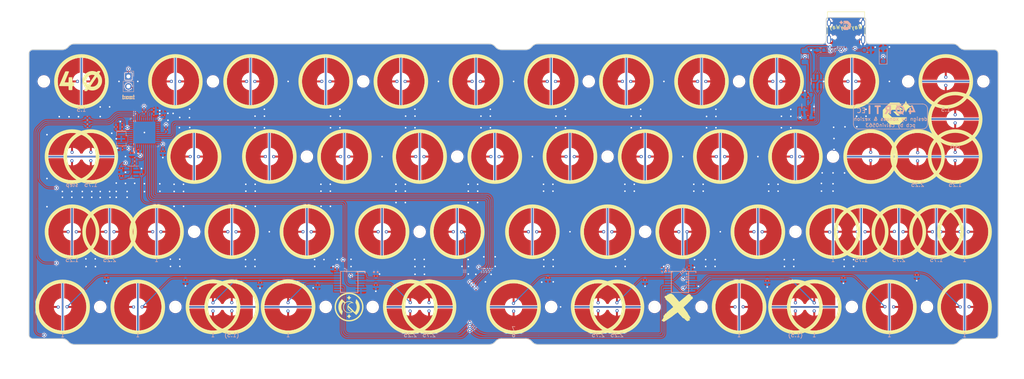
<source format=kicad_pcb>
(kicad_pcb
	(version 20240108)
	(generator "pcbnew")
	(generator_version "8.0")
	(general
		(thickness 1.59)
		(legacy_teardrops no)
	)
	(paper "A4")
	(layers
		(0 "F.Cu" signal)
		(1 "In1.Cu" signal)
		(2 "In2.Cu" signal)
		(31 "B.Cu" signal)
		(32 "B.Adhes" user "B.Adhesive")
		(33 "F.Adhes" user "F.Adhesive")
		(34 "B.Paste" user)
		(35 "F.Paste" user)
		(36 "B.SilkS" user "B.Silkscreen")
		(37 "F.SilkS" user "F.Silkscreen")
		(38 "B.Mask" user)
		(39 "F.Mask" user)
		(40 "Dwgs.User" user "User.Drawings")
		(41 "Cmts.User" user "User.Comments")
		(42 "Eco1.User" user "User.Eco1")
		(43 "Eco2.User" user "User.Eco2")
		(44 "Edge.Cuts" user)
		(45 "Margin" user)
		(46 "B.CrtYd" user "B.Courtyard")
		(47 "F.CrtYd" user "F.Courtyard")
		(48 "B.Fab" user)
		(49 "F.Fab" user)
		(50 "User.1" user)
		(51 "User.2" user)
		(52 "User.3" user)
		(53 "User.4" user)
		(54 "User.5" user)
		(55 "User.6" user)
		(56 "User.7" user)
		(57 "User.8" user)
		(58 "User.9" user)
	)
	(setup
		(stackup
			(layer "F.SilkS"
				(type "Top Silk Screen")
			)
			(layer "F.Paste"
				(type "Top Solder Paste")
			)
			(layer "F.Mask"
				(type "Top Solder Mask")
				(thickness 0.01)
			)
			(layer "F.Cu"
				(type "copper")
				(thickness 0.035)
			)
			(layer "dielectric 1"
				(type "prepreg")
				(thickness 0.2)
				(material "7268")
				(epsilon_r 4.6)
				(loss_tangent 0)
			)
			(layer "In1.Cu"
				(type "copper")
				(thickness 0.0175)
			)
			(layer "dielectric 2"
				(type "core")
				(thickness 1.065)
				(material "FR4")
				(epsilon_r 4.5)
				(loss_tangent 0.02)
			)
			(layer "In2.Cu"
				(type "copper")
				(thickness 0.0175)
			)
			(layer "dielectric 3"
				(type "prepreg")
				(thickness 0.2)
				(material "7628")
				(epsilon_r 4.6)
				(loss_tangent 0)
			)
			(layer "B.Cu"
				(type "copper")
				(thickness 0.035)
			)
			(layer "B.Mask"
				(type "Bottom Solder Mask")
				(thickness 0.01)
			)
			(layer "B.Paste"
				(type "Bottom Solder Paste")
			)
			(layer "B.SilkS"
				(type "Bottom Silk Screen")
			)
			(copper_finish "None")
			(dielectric_constraints no)
		)
		(pad_to_mask_clearance 0)
		(allow_soldermask_bridges_in_footprints no)
		(pcbplotparams
			(layerselection 0x00010fc_ffffffff)
			(plot_on_all_layers_selection 0x0000000_00000000)
			(disableapertmacros no)
			(usegerberextensions no)
			(usegerberattributes yes)
			(usegerberadvancedattributes yes)
			(creategerberjobfile yes)
			(dashed_line_dash_ratio 12.000000)
			(dashed_line_gap_ratio 3.000000)
			(svgprecision 4)
			(plotframeref no)
			(viasonmask no)
			(mode 1)
			(useauxorigin no)
			(hpglpennumber 1)
			(hpglpenspeed 20)
			(hpglpendiameter 15.000000)
			(pdf_front_fp_property_popups yes)
			(pdf_back_fp_property_popups yes)
			(dxfpolygonmode yes)
			(dxfimperialunits yes)
			(dxfusepcbnewfont yes)
			(psnegative no)
			(psa4output no)
			(plotreference yes)
			(plotvalue yes)
			(plotfptext yes)
			(plotinvisibletext no)
			(sketchpadsonfab no)
			(subtractmaskfromsilk no)
			(outputformat 1)
			(mirror no)
			(drillshape 0)
			(scaleselection 1)
			(outputdirectory "Production")
		)
	)
	(net 0 "")
	(net 1 "ROW0")
	(net 2 "ROW1")
	(net 3 "ROW2")
	(net 4 "ROW3")
	(net 5 "COL0")
	(net 6 "COL1")
	(net 7 "COL2")
	(net 8 "COL3")
	(net 9 "COL4")
	(net 10 "COL5")
	(net 11 "COL6")
	(net 12 "COL7")
	(net 13 "COL8")
	(net 14 "COL9")
	(net 15 "COL10")
	(net 16 "COL11")
	(net 17 "GND")
	(net 18 "+5V")
	(net 19 "VBAT")
	(net 20 "VBUS")
	(net 21 "/CC1")
	(net 22 "D_USB_P")
	(net 23 "D_USB_N")
	(net 24 "unconnected-(J2-SBU1-PadA8)")
	(net 25 "/CC2")
	(net 26 "unconnected-(J2-SBU2-PadB8)")
	(net 27 "D_P")
	(net 28 "D_N")
	(net 29 "NRST")
	(net 30 "BOOT0")
	(net 31 "RGB MCU")
	(net 32 "APLEX_OUT_PIN_0")
	(net 33 "ADC")
	(net 34 "APLEX_EN_PIN_0")
	(net 35 "AMUX_SEL_2")
	(net 36 "AMUX_SEL_1")
	(net 37 "AMUX_SEL_0")
	(net 38 "APLEX_EN_PIN_1")
	(net 39 "Net-(U8-VCAP1)")
	(net 40 "Net-(U8-PA10)")
	(net 41 "Net-(U8-PA3)")
	(net 42 "Net-(U8-PA4)")
	(net 43 "Net-(U8-PA5)")
	(net 44 "BOOT1")
	(net 45 "unconnected-(U8-PC13-Pad2)")
	(net 46 "unconnected-(U8-PC14-Pad3)")
	(net 47 "unconnected-(U8-PC15-Pad4)")
	(net 48 "XTAL0")
	(net 49 "XTAL1")
	(net 50 "unconnected-(U8-PA0-Pad10)")
	(net 51 "unconnected-(U8-PA1-Pad11)")
	(net 52 "Net-(U8-PA6)")
	(net 53 "unconnected-(U8-PB12-Pad25)")
	(net 54 "unconnected-(U8-PA7-Pad17)")
	(net 55 "unconnected-(U8-PB10-Pad21)")
	(net 56 "unconnected-(U8-PA8-Pad29)")
	(net 57 "unconnected-(U8-PA9-Pad30)")
	(net 58 "unconnected-(U8-PB13-Pad26)")
	(net 59 "unconnected-(U8-PB14-Pad27)")
	(net 60 "unconnected-(U8-PB15-Pad28)")
	(net 61 "unconnected-(U8-PB8-Pad45)")
	(net 62 "unconnected-(U8-PB9-Pad46)")
	(net 63 "Net-(U3--)")
	(net 64 "unconnected-(U8-PB0-Pad18)")
	(net 65 "unconnected-(U8-PB1-Pad19)")
	(net 66 "unconnected-(U8-PA13-Pad34)")
	(footprint "cipulot_parts:HOLE_M2" (layer "F.Cu") (at 135.73125 60.325))
	(footprint "cipulot_parts:ecs_pad_1U_no_ring" (layer "F.Cu") (at 173.83125 79.375 180))
	(footprint "cipulot_parts:ecs_pad_no_ring_stepped&normal" (layer "F.Cu") (at 42.8625 60.325))
	(footprint "cipulot_parts:ecs_pad_1U_no_ring_1u_edge_cut" (layer "F.Cu") (at 240.50625 60.325 -90))
	(footprint "cipulot_parts:HOLE_M2" (layer "F.Cu") (at 111.91875 41.275))
	(footprint "cipulot_parts:ecs_pad_1U_no_ring" (layer "F.Cu") (at 92.86875 98.425 -90))
	(footprint "Connector_USB:USB_C_Receptacle_HRO_TYPE-C-31-M-12" (layer "F.Cu") (at 234.269115 27.52375 180))
	(footprint "cipulot_parts:HOLE_M2" (layer "F.Cu") (at 207.16875 41.275))
	(footprint "cipulot_parts:ecs_pad_1U_no_ring" (layer "F.Cu") (at 78.58125 79.375 180))
	(footprint "cipulot_parts:ecs_pad_1U_no_ring" (layer "F.Cu") (at 261.9375 50.8 -90))
	(footprint "cipulot_parts:ecs_pad_no_ring_stepped&normal" (layer "F.Cu") (at 128.5875 98.425))
	(footprint "cipulot_parts:HOLE_M2" (layer "F.Cu") (at 254.79375 98.425))
	(footprint "cipulot_parts:HOLE_M2" (layer "F.Cu") (at 169.06875 41.275))
	(footprint "cipulot_parts:ecs_pad_1U_no_ring" (layer "F.Cu") (at 102.39375 41.275 180))
	(footprint "cipulot_parts:HOLE_M2" (layer "F.Cu") (at 97.63125 60.325))
	(footprint "cipulot_parts:ecs_pad_1U_no_ring"
		(locked yes)
		(layer "F.Cu")
		(uuid "2fdab097-7aa7-4b7f-8a66-5e0cbd5d29d3")
		(at 264.31875 98.425)
		(descr " StepUp generated footprint")
		(property "Reference" "SW_EC47"
			(at -6 -8 0)
			(layer "Dwgs.User")
			(uuid "63e5daee-1361-4a86-9003-50a2346034f9")
			(effects
				(font
					(size 0.8 0.8)
					(thickness 0.12)
				)
			)
		)
		(property "Value" "1u"
			(at -4.9 -5.6 0)
			(layer "F.SilkS")
			(hide yes)
			(uuid "e7aac28f-1e10-431a-98fe-98c1cbbf6995")
			(effects
				(font
					(size 0.8 0.8)
					(thickness 0.12)
				)
			)
		)
		(property "Footprint" "cipulot_parts:ecs_pad_1U_no_ring"
			(at 0 0 0)
			(layer "F.Fab")
			(hide yes)
			(uuid "8d25406d-699a-4c00-8c84-566b6ea8484d")
			(effects
				(font
					(size 1.27 1.27)
					(thickness 0.15)
				)
			)
		)
		(property "Datasheet" ""
			(at 0 0 0)
			(layer "F.Fab")
			(hide yes)
			(uuid "9578d55f-bd4a-4c3d-a4cb-3046838e2577")
			(effects
				(font
					(size 1.27 1.27)
					(thickness 0.15)
				)
			)
		)
		(property "Description" ""
			(at 0 0 0)
			(layer "F.Fab")
			(hide yes)
			(uuid "86a515e3-b75d-4ba1-80c8-3ae8819977eb")
			(effects
				(font
					(size 1.27 1.27)
					(thickness 0.15)
				)
			)
		)
		(path "/18429cf0-a58f-4ff2-8d01-5d33e3cc3dca/7e76cffc-d906-40a6-bb86-f67f7284bfd6")
		(sheetname "EC matrix")
		(sheetfile "EC matrix.kicad_sch")
		(attr smd exclude_from_pos_files)
		(fp_circle
			(center 0 0)
			(end 6.467 0)
			(stroke
				(width 0.9)
				(type solid)
			)
			(fill none)
			(layer "F.SilkS")
			(uuid "6a1ae6c8-828e-4d2e-ab9a-3cc4ab29d698")
		)
		(fp_line
			(start -9.3 -2.804622)
			(end -9.3 -6.1)
			(stroke
				(width 0.1)
				(type solid)
			)
			(layer "Dwgs.User")
			(uuid "756564e1-4def-4ba1-a363-982f9605f514")
		)
		(fp_line
			(start -9.3 -1.4)
			(end -9.3 -2.804622)
			(stroke
				(width 0.1)
				(type solid)
			)
			(layer "Dwgs.User")
			(uuid "8f296995-4deb-4cf2-9378-df425752a444")
		)
		(fp_line
			(start -9.3 1.4)
			(end -8.824333 1.110619)
			(stroke
				(width 0.1)
				(type solid)
			)
			(layer "Dwgs.User")
			(uuid "c0381a52-f108-410f-b535-5401a3a1f2d3")
		)
		(fp_line
			(start -9.3 2.804622)
			(end -9.3 1.4)
			(stroke
				(width 0.1)
				(type solid)
			)
			(layer "Dwgs.User")
			(uuid "5f0f9d3b-1bc9-43df-aa61-8a9fa8100c63")
		)
		(fp_line
			(start -9.3 6.1)
			(end -9.3 2.804622)
			(stroke
				(width 0.1)
				(type solid)
			)
			(layer "Dwgs.User")
			(uuid "29740f23-c04f-4009-8bbe-52045139276c")
		)
		(fp_line
			(start -8.824333 -1.110619)
			(end -9.3 -1.4)
			(stroke
				(width 0.1)
				(type solid)
			)
			(layer "Dwgs.User")
			(uuid "f6a4d976-5de4-4368-9efb-46be52dd580b")
		)
		(fp_line
			(start -7.3 -5.67)
			(end -5.97 -7)
			(stroke
				(width 0.1)
				(type solid)
			)
			(layer "Dwgs.User")
			(uuid "7884df52-589b-42a1-a4e2-2eca6a5bc1d7")
		)
		(fp_line
			(start -7.3 5.67)
			(end -7.3 -5.67)
			(stroke
				(width 0.1)
				(type solid)
			)
			(layer "Dwgs.User")
			(uuid "2e78df9a-9ec3-42f0-bce2-cc21910e59cd")
		)
		(fp_line
			(start -7.3 5.67)
			(end -5.97 7)
			(stroke
				(width 0.1)
				(type solid)
			)
			(layer "Dwgs.User")
			(uuid "1323b0ae-1386-4418-9e94-4bd7da256973")
		)
		(fp_line
			(start -6.3 -9.1)
			(end 6.3 -9.1)
			(stroke
				(width 0.1)
				(type solid)
			)
			(layer "Dwgs.User")
			(uuid "2791b77e-2a0f-4bb4-8e28-5b576ac422ee")
		)
		(fp_line
			(start -5.97 -7)
			(end 5.97 -7)
			(stroke
				(width 0.1)
				(type solid)
			)
			(layer "Dwgs.User")
			(uuid "807c35ee-6628-4384-bb97-18edf20acdc7")
		)
		(fp_line
			(start -5.97 7)
			(end -7.3 5.67)
			(stroke
				(width 0.1)
				(type solid)
			)
			(layer "Dwgs.User")
			(uuid "9ee9747d-4f99-4279-beec-b82580c988bd")
		)
		(fp_line
			(start 5.97 -7)
			(end 7.3 -5.67)
			(stroke
				(width 0.1)
				(type solid)
			)
			(layer "Dwgs.User")
			(uuid "5ef6d383-b36d-45d5-ad33-9b11f692457b")
		)
		(fp_line
			(start 5.97 7)
			(end -5.97 7)
			(stroke
				(width 0.1)
				(type solid)
			)
			(layer "Dwgs.User")
			(uuid "b90381ea-5159-425b-aefe-43b29a62f92b")
		)
		(fp_line
			(start 6.3 9.1)
			(end -6.3 9.1)
			(stroke
				(width 0.1)
				(type solid)
			)
			(layer "Dwgs.User")
			(uuid "ae058d30-0268-45a6-8579-21da98f42e3b")
		)
		(fp_line
			(start 7.3 -5.67)
			(end 7.3 5.67)
			(stroke
				(width 0.1)
				(type solid)
			)
			(layer "Dwgs.User")
			(uuid "c1b0f0fe-6520-406e-9805-1ebb53314a3c")
		)
		(fp_line
			(start 7.3 5.67)
			(end 5.97 7)
			(stroke
				(width 0.1)
				(type solid)
			)
			(layer "Dwgs.User")
			(uuid "12d2ff79-926b-46d0-bae4-f5c82e27145d")
		)
		(fp_line
			(start 8.824333 1.110619)
			(end 9.3 1.4)
			(stroke
				(width 0.1)
				(type solid)
			)
			(layer "Dwgs.User")
			(uuid "ed6066df-3e12-4be7-bd1d-75ad1de211fb")
		)
		(fp_line
			(start 9.3 -6.1)
			(end 9.3 -2.804622)
			(stroke
				(width 0.1)
				(type solid)
			)
			(layer "Dwgs.User")
			(uuid "df50c35f-2b9f-4484-af98-b397a3f008c5")
		)
		(fp_line
			(start 9.3 -2.804622)
			(end 9.3 -1.4)
			(stroke
				(width 0.1)
				(type solid)
			)
			(layer "Dwgs.User")
			(uuid "61ab02c9-bec0-458b-bdd2-788cbd23b636")
		)
		(fp_line
			(start 9.3 -1.4)
			(end 8.824333 -1.110619)
			(stroke
				(width 0.1)
				(type solid)
			)
			(layer "Dwgs.User")
			(uuid "7f334cbf-d91b-4f27-a6ab-8bce7de67e49")
		)
		(fp_line
			(start 9.3 1.4)
			(end 9.3 2.804622)
			(stroke
				(width 0.1)
				(type solid)
			)
			(layer "Dwgs.User")
			(uuid "fda9743b-15db-4aeb-9aae-4605f53cc2fa")
		)
		(fp_line
			(start 9.3 2.804622)
			(end 9.3 6.1)
			(stroke
				(width 0.1)
				(type solid)
			)
			(layer "Dwgs.User")
			(uuid "6ce275ae-f55e-4488-b3fc-63f97fc67762")
		)
		(fp_arc
			(start -9.3 -6.1)
			(mid -8.42132 -8.22132)
			(end -6.3 -9.1)
			(stroke
				(width 0.1)
				(type solid)
			)
			(layer "Dwgs.User")
			(uuid "580ef7da-b379-4952-841a-33b4c2170575")
		)
		(fp_arc
			(start -8.824333 -1.110619)
			(mid -8.2 0)
			(end -8.824333 1.110619)
			(stroke
				(width 0.1)
				(type solid)
			)
			(layer "Dwgs.User")
			(uuid "254f2abf-fb9b-45e8-9797-599427936a03")
		)
		(fp_arc
			(start -6.3 9.1)
			(mid -8.42132 8.22132)
			(end -9.3 6.1)
			(stroke
				(width 0.1)
				(type solid)
			)
			(layer "Dwgs.User")
			(uuid "c825bb20-e35b-492a-aca3-bba6d0c6d3b2")
		)
		(fp_arc
			(start 6.3 -9.1)
			(mid 8.42132 -8.22132)
			(end 9.3 -6.1)
			(stroke
				(width 0.1)
				(type solid)
			)
			(layer "Dwgs.User")
			(uuid "967bf67e-764d-46b0-b596-cd06c888eb65")
		)
		(fp_arc
			(start 8.824333 1.110619)
			(mid 8.2 0)
			(end 8.824333 -1.110619)
			(stroke
				(width 0.1)
				(type solid)
			)
			(layer "Dwgs.User")
			(uuid "7ef39794-fc23-4157-bc4e-5e14620e7332")
		)
		(fp_arc
			(start 9.3 6.1)
			(mid 8.42132 8.22132)
			(end 6.3 9.1)
			(stroke
				(width 0.1)
				(type solid)
			)
			(layer "Dwgs.User")
			(uuid "6ef8d802-882c-4465-bfa7-c6d5cbc569d0")
		)
		(fp_text user "${REFERENCE}"
			(at 0 -2.5 0)
			(layer "F.Fab")
			(uuid "d0e1b53a-bcdf-4cc3-a18b-a6ac196cefb3")
			(effects
				(font
					(size 0.8 0.8)
					(thickness 0.12)
				)
			)
		)
		(pad "1" smd custom
			(at -1 0)
			(size 0.4 0.4)
			(layers "F.Cu")
			(net 16 "COL11")
			(pinfunction "1")
			(pintype "passive")
			(zone_connect 0)
			(options
				(clearance outline)
				(anchor circle)
			)
			(primitives
				(gr_poly
					(pts
						(xy 0.6 -2.214159) (xy 0.320477 -2.144936) (xy 0.052085 -2.040578) (xy -0.20078 -1.902795) (xy -0.433976 -1.733843)
						(xy -0.643683 -1.536492) (xy -0.826466 -1.313972) (xy -0.979332 -1.069928) (xy -1.099775 -0.80836)
						(xy -1.185824 -0.53355) (xy -1.236068 -0.25) (xy 0 -0.25) (xy 0.095671 -0.23097) (xy 0.176777 -0.176777)
						(xy 0.23097 -0.095671) (xy 0.25 0) (xy 0.23097 0.095671) (xy 0.176777 0.176777) (xy 0.095671 0.23097)
						(xy 0 0.25) (xy -1.236068 0.25) (xy -1.185824 0.53355) (xy -1.099775 0.80836) (xy -0.979332 1.069928)
						(xy -0.826466 1.313972) (xy -0.643683 1.536492) (xy -0.433976 1.733843) (xy -0.20078 1.902795)
						(xy 0.052085 2.040578) (xy 0.320477 2.144936) (xy 0.6 2.214159) (xy 0.6 5.986652) (xy 0.115133 5.934392)
						(xy -0.363889 5.842928) (xy -0.8339 5.712864) (xy -1.291796 5.545058) (xy -1.734552 5.34062) (xy -2.159242 5.100901)
						(xy -2.563061 4.827483) (xy -2.943342 4.522174) (xy -3.297572 4.186989) (xy -3.62341 3.824144)
						(xy -3.918705 3.436035) (xy -4.181506 3.025227) (xy -4.410075 2.594434) (xy -4.602904 2.1465)
						(xy -4.758719 1.684386) (xy -4.876489 1.211145) (xy -4.955438 0.729902) (xy -4.995043 0.243838)
						(xy -4.995043 -0.243838) (xy -4.955438 -0.729902) (xy -4.876489 -1.211145) (xy -4.758719 -1.684386)
						(xy -4.602904 -2.1465) (xy -4.410075 -2.594434) (xy -4.181506 -3.025227) (xy -3.918705 -3.436035)
						(xy -3.62341 -3.824144) (xy -3.297572 -4.186989) (xy -2.943342 -4.522174) (xy -2.563061 -4.827483)
						(xy -2.159242 -5.100901) (xy -1.734552 -5.34062) (xy -1.291796 -5.545058) (xy -0.8339 -5.712864)
						(xy -0.363889 -5.842928) (xy 0.115133 -5.934392) (xy 0.6 -5.986652)
					)
					(width 0)
					(fill yes)
				)
			)
			(uuid "0338a90d-b9e6-448f-9f97-cd6bbc005aef")
		)
		(pad "2" smd custom
			(at 1 0 180)
			(size 0.4 0.4)
			(layers "F.Cu")
			(net 4 "ROW3")
			(pinfunction "2")
			(pintype "passive")
			(zone_connect 0)
			(options
				(clearance outline)
				(anchor circle)
			)
			(primitives
				(gr_poly
					(pts
						(xy 0.6 -2.214159) (xy 0.320477 -2.144936) (xy 0.052085 -2.040578) (xy -0.20078 -1.902795) (xy -0.433976 -1.733843)
						(xy -0.643683 -1.536492) (xy -0.826466 -1.313972) (xy -0.979332 -1.069928) (xy -1.099775 -0.80836)
						(xy -1.185824 -0.53355) (xy -1.236068 -0.25) (xy 0 -0.25) (xy 0.095671 -0.23097) (xy 0.176777 -0.176777)
						(xy 0.23097 -0.095671) (xy 0.25 0) (xy 0.23097 0.095671) (xy 0.176777 0.176777) (xy 0.095671 0.23097)
						(xy 0 0.25) (xy -1.236068 0.25) (xy -1.185824 0.53355) (xy -1.099775 0.80836) (xy -0.979332 1.069928)
						(xy -0.826466 1.313972) (xy -0.643683 1.536492) (xy -0.433976 1.733843) (xy -0.20078 1.902795)
						(xy 0.052085 2.040578) (xy 0.320477 2.144936) (xy 0.6 2.214159) (xy 0.6 5.986652) (xy 0.115133 5.934392)
						(xy -0.363889 5.842928) (xy -0.8339 5.712864) (xy -1.291796 5.545058) (xy -1.734552 5.34062) (xy -2.159242 5.100901)
						(xy -2.563061 4.827483) (xy -2.943342 4.522174) (xy -3.297572 4.186989) (xy -3.62341 3.824144)
						(xy -3.918705 3.436035) (xy -4.181506 3.025227) (xy -4.410075 2.594434) (xy -4.602904 2.1465)
						(xy -4.758719 1.684386) (xy -4.876489 1.211145) (xy -4.955438 0.729902) (xy -4.995043 0.243838)
						(xy -4.995043 -0.243838) (xy -4.955438 -0.729902) (xy -4.876489 -1.211145) (xy -4.758719 -1.684386)
						(xy -4.602904 -2.1465) (xy -4.410075 -2.594434) (xy -4.181506 -3.025227) (xy -3.918705 -3.436035)
						(xy -3.62341 -3.824144) (xy -3.297572 -4.186989) (xy -2.943342 -4.522174) (xy -2.563061 -4.827483)
						(xy -2.159242 -5.100901) (xy -1.734552 -5.34062) (xy -1.291796 -5.545058) (xy -0.8339 -5.712864)
						(xy -0.363889 -5.842928) (xy 0.115133 -5.934392) (xy 0.6 -5.986652)
					)
					(width 0)
					(fill yes)
				)
			)
			(uuid "12a32a06-290e-40eb-bb7a-b32a2ff25b0e")
		)
		(pad "3" smd custom
			(at 0 0)
			(size 0.4 0.4)
			(layers "F.Cu")
			(net 17 "GND")
			(pinfunction "SG")
			(pintype "input")
			(zone_connect 2)
			(thermal_bridge_angle 45)
			(options
				(clearance convexhull)
				(anchor rect)
			)
			(primitives
				(gr_line
					(start 0 -7)
					(end 0 7)
					(width 0.4)
				)
			)
			(uuid "0e66b711-79fa-4c78-8a2b-334ce884c3ee")
		)
		(pad "3" smd custom
			(at 0 0)
			(size 0.4 0.4)
			(layers "B.Cu")
			(net 17 "GND")
			(pinfunction "SG")
			(pintype "input")
			(zone_connect 2)
			(thermal_bridge_angle 45)
			(options
				(clearance convexhull)
				(anchor rect)
			)
			(primitives
				(gr_line
					(start 0 -6.5)
					(end 0 6.5)
					(width 0.4)
				)
			)
			(uuid "0cc8bc25-3c5c-4a88-bb28-a885aea82cf3")
		)
		(zone
			(net 0)
			(net_name "")
			(layer "F.Cu")
			(uuid "016b8506-c1c9-49a2-a8f0-d5c988a71fa9")
			(hatch edge 0.508)
			(connect_pads
				(clearance 0)
			)
			(min_thickness 0.254)
			(filled_areas_thickness no)
			(keepout
				(tracks allowed)
				(vias allowed)
				(pads allowed)
				(copperpour not_allowed)
				(footprints allowed)
			)
			(fill
				(thermal_gap 0.508)
				(thermal_bridge_width 0.508)
			)
			(polygon
				(pts
					(xy 271.323655 98.425) (xy 271.304843 97.911973) (xy 271.248509 97.401702) (xy 271.154954 96.896927)
					(xy 271.024682 96.40036) (xy 270.858392 95.914667) (xy 270.656978 95.442457) (xy 270.42152 94.986266)
					(xy 270.153284 94.548545) (xy 269.853711 94.131644) (xy 269.524409 93.737804) (xy 269.167147 93.369138)
					(xy 268.783844 93.027628) (xy 268.37656 92.715107) (xy 267.94748 92.433255) (xy 267.49891 92.183584)
					(xy 267.03326 91.967436) (xy 266.55303 91.785972) (xy 266.060799 91.640167) (xy 265.559212 91.530803)
					(xy 265.050962 91.458469) (xy 264.538779 91.423551) (xy 264.025415 91.426239) (xy 263.513626 91.466518)
					(xy 263.006162 91.544171) (xy 262.505747 91.658781) (xy 262.01507 91.809733) (xy 261.536767 91.996216)
					(xy 261.073405 92.217228) (xy 260.627475 92.471582) (xy 260.20137 92.757913) (xy 259.79738 93.074681)
					(xy 259.417675 93.420187) (xy 259.064293 93.792573) (xy 258.739134 94.189841) (xy 258.443942 94.609855)
					(xy 258.180305 95.050361) (xy 257.949637 95.508993) (xy 257.753179 95.983286) (xy 257.591984 96.470694)
					(xy 257.466919 96.968598) (xy 257.378655 97.474325) (xy 257.327668 97.985158) (xy 257.314229 98.498354)
					(xy 257.338412 99.011155) (xy 257.400087 99.520809) (xy 257.498922 10
... [2879187 chars truncated]
</source>
